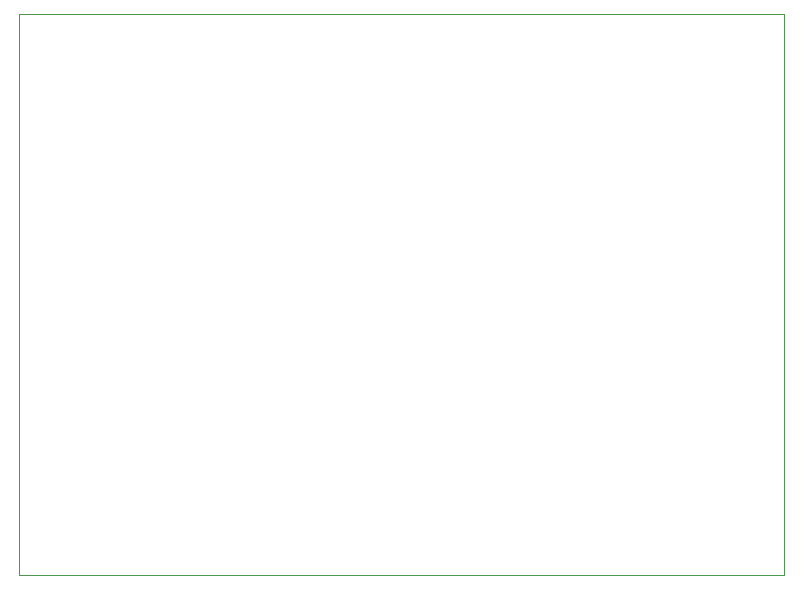
<source format=gbr>
G04 #@! TF.GenerationSoftware,KiCad,Pcbnew,(5.1.10)-1*
G04 #@! TF.CreationDate,2021-11-29T18:47:30+00:00*
G04 #@! TF.ProjectId,pc_card_sound_barker,70635f63-6172-4645-9f73-6f756e645f62,rev?*
G04 #@! TF.SameCoordinates,Original*
G04 #@! TF.FileFunction,Profile,NP*
%FSLAX46Y46*%
G04 Gerber Fmt 4.6, Leading zero omitted, Abs format (unit mm)*
G04 Created by KiCad (PCBNEW (5.1.10)-1) date 2021-11-29 18:47:30*
%MOMM*%
%LPD*%
G01*
G04 APERTURE LIST*
G04 #@! TA.AperFunction,Profile*
%ADD10C,0.050000*%
G04 #@! TD*
G04 APERTURE END LIST*
D10*
X168021000Y-57277000D02*
X103251000Y-57277000D01*
X168021000Y-104775000D02*
X168021000Y-57277000D01*
X103251000Y-104775000D02*
X168021000Y-104775000D01*
X103251000Y-57277000D02*
X103251000Y-104775000D01*
M02*

</source>
